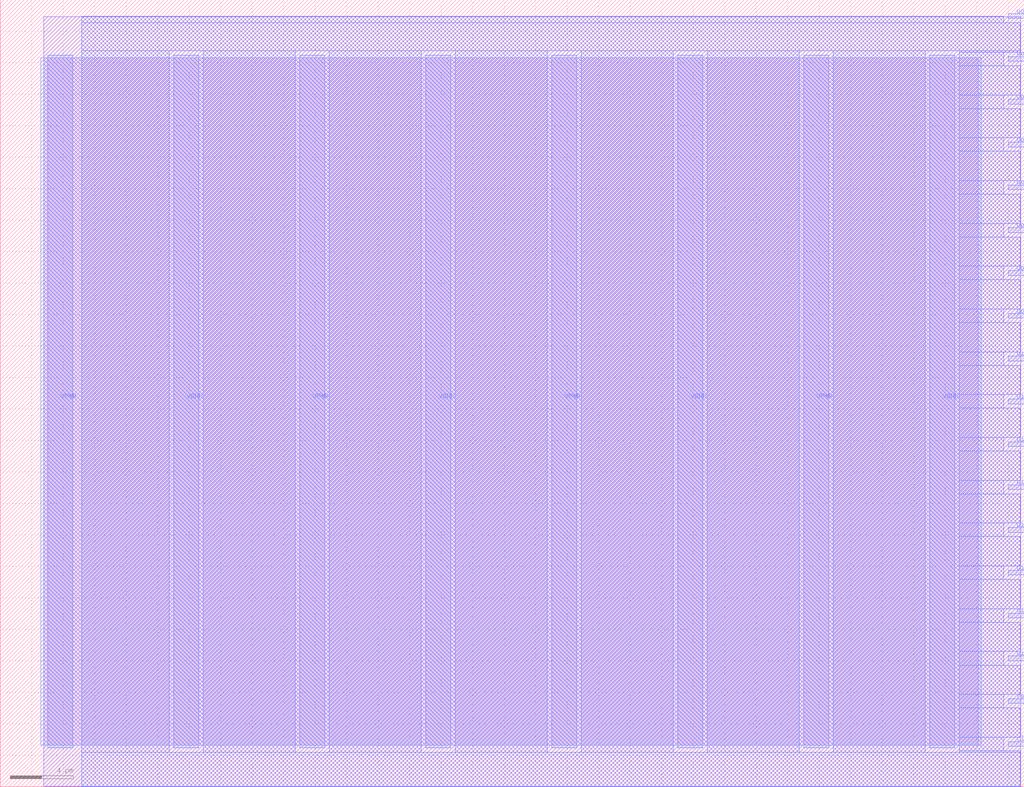
<source format=lef>
VERSION 5.7 ;
  NOWIREEXTENSIONATPIN ON ;
  DIVIDERCHAR "/" ;
  BUSBITCHARS "[]" ;
MACRO tt_um_watbulb_sync_fifo
  CLASS BLOCK ;
  FOREIGN tt_um_watbulb_sync_fifo ;
  ORIGIN 0.000 0.000 ;
  SIZE 65.000 BY 50.000 ;
  PIN VGND
    DIRECTION INOUT ;
    USE GROUND ;
    PORT
      LAYER met2 ;
        RECT 11.000 2.480 12.600 46.480 ;
    END
    PORT
      LAYER met2 ;
        RECT 27.000 2.480 28.600 46.480 ;
    END
    PORT
      LAYER met2 ;
        RECT 43.000 2.480 44.600 46.480 ;
    END
    PORT
      LAYER met2 ;
        RECT 59.000 2.480 60.600 46.480 ;
    END
  END VGND
  PIN VPWR
    DIRECTION INOUT ;
    USE POWER ;
    PORT
      LAYER met2 ;
        RECT 3.000 2.480 4.600 46.480 ;
    END
    PORT
      LAYER met2 ;
        RECT 19.000 2.480 20.600 46.480 ;
    END
    PORT
      LAYER met2 ;
        RECT 35.000 2.480 36.600 46.480 ;
    END
    PORT
      LAYER met2 ;
        RECT 51.000 2.480 52.600 46.480 ;
    END
  END VPWR
  PIN clk
    DIRECTION INPUT ;
    USE SIGNAL ;
    ANTENNAGATEAREA 0.852000 ;
    PORT
      LAYER met2 ;
        RECT 64.000 2.570 65.000 2.870 ;
    END
  END clk
  PIN rst_n
    DIRECTION INPUT ;
    USE SIGNAL ;
    ANTENNAGATEAREA 0.196500 ;
    PORT
      LAYER met2 ;
        RECT 64.000 5.290 65.000 5.590 ;
    END
  END rst_n
  PIN ui_in[0]
    DIRECTION INPUT ;
    USE SIGNAL ;
    ANTENNAGATEAREA 0.196500 ;
    PORT
      LAYER met2 ;
        RECT 64.000 8.010 65.000 8.310 ;
    END
  END ui_in[0]
  PIN ui_in[1]
    DIRECTION INPUT ;
    USE SIGNAL ;
    ANTENNAGATEAREA 0.196500 ;
    PORT
      LAYER met2 ;
        RECT 64.000 10.730 65.000 11.030 ;
    END
  END ui_in[1]
  PIN ui_in[2]
    DIRECTION INPUT ;
    USE SIGNAL ;
    ANTENNAGATEAREA 0.196500 ;
    PORT
      LAYER met2 ;
        RECT 64.000 13.450 65.000 13.750 ;
    END
  END ui_in[2]
  PIN ui_in[3]
    DIRECTION INPUT ;
    USE SIGNAL ;
    ANTENNAGATEAREA 0.196500 ;
    PORT
      LAYER met2 ;
        RECT 64.000 16.170 65.000 16.470 ;
    END
  END ui_in[3]
  PIN ui_in[4]
    DIRECTION INPUT ;
    USE SIGNAL ;
    ANTENNAGATEAREA 0.196500 ;
    PORT
      LAYER met2 ;
        RECT 64.000 18.890 65.000 19.190 ;
    END
  END ui_in[4]
  PIN ui_in[5]
    DIRECTION INPUT ;
    USE SIGNAL ;
    ANTENNAGATEAREA 0.196500 ;
    PORT
      LAYER met2 ;
        RECT 64.000 21.610 65.000 21.910 ;
    END
  END ui_in[5]
  PIN ui_in[6]
    DIRECTION INPUT ;
    USE SIGNAL ;
    ANTENNAGATEAREA 0.213000 ;
    PORT
      LAYER met2 ;
        RECT 64.000 24.330 65.000 24.630 ;
    END
  END ui_in[6]
  PIN ui_in[7]
    DIRECTION INPUT ;
    USE SIGNAL ;
    ANTENNAGATEAREA 0.196500 ;
    PORT
      LAYER met2 ;
        RECT 64.000 27.050 65.000 27.350 ;
    END
  END ui_in[7]
  PIN uo_out[0]
    DIRECTION OUTPUT ;
    USE SIGNAL ;
    ANTENNAGATEAREA 0.126000 ;
    ANTENNADIFFAREA 0.445500 ;
    PORT
      LAYER met2 ;
        RECT 64.000 29.770 65.000 30.070 ;
    END
  END uo_out[0]
  PIN uo_out[1]
    DIRECTION OUTPUT ;
    USE SIGNAL ;
    ANTENNAGATEAREA 0.126000 ;
    ANTENNADIFFAREA 0.445500 ;
    PORT
      LAYER met2 ;
        RECT 64.000 32.490 65.000 32.790 ;
    END
  END uo_out[1]
  PIN uo_out[2]
    DIRECTION OUTPUT ;
    USE SIGNAL ;
    ANTENNAGATEAREA 0.126000 ;
    ANTENNADIFFAREA 0.445500 ;
    PORT
      LAYER met2 ;
        RECT 64.000 35.210 65.000 35.510 ;
    END
  END uo_out[2]
  PIN uo_out[3]
    DIRECTION OUTPUT ;
    USE SIGNAL ;
    ANTENNAGATEAREA 0.126000 ;
    ANTENNADIFFAREA 0.445500 ;
    PORT
      LAYER met2 ;
        RECT 64.000 37.930 65.000 38.230 ;
    END
  END uo_out[3]
  PIN uo_out[4]
    DIRECTION OUTPUT ;
    USE SIGNAL ;
    ANTENNAGATEAREA 0.126000 ;
    ANTENNADIFFAREA 0.445500 ;
    PORT
      LAYER met2 ;
        RECT 64.000 40.650 65.000 40.950 ;
    END
  END uo_out[4]
  PIN uo_out[5]
    DIRECTION OUTPUT ;
    USE SIGNAL ;
    ANTENNAGATEAREA 0.247500 ;
    ANTENNADIFFAREA 0.891000 ;
    PORT
      LAYER met2 ;
        RECT 64.000 43.370 65.000 43.670 ;
    END
  END uo_out[5]
  PIN uo_out[6]
    DIRECTION OUTPUT ;
    USE SIGNAL ;
    ANTENNADIFFAREA 0.445500 ;
    PORT
      LAYER met2 ;
        RECT 64.000 46.090 65.000 46.390 ;
    END
  END uo_out[6]
  PIN uo_out[7]
    DIRECTION OUTPUT ;
    USE SIGNAL ;
    ANTENNADIFFAREA 0.795200 ;
    PORT
      LAYER met2 ;
        RECT 64.000 48.810 65.000 49.110 ;
    END
  END uo_out[7]
  OBS
      LAYER nwell ;
        RECT 2.570 2.635 62.290 46.325 ;
      LAYER li1 ;
        RECT 2.760 2.635 62.100 46.325 ;
      LAYER met1 ;
        RECT 2.760 0.040 64.790 48.920 ;
      LAYER met2 ;
        RECT 5.160 48.530 63.720 48.950 ;
        RECT 5.160 46.760 64.760 48.530 ;
        RECT 5.160 2.200 10.720 46.760 ;
        RECT 12.880 2.200 18.720 46.760 ;
        RECT 20.880 2.200 26.720 46.760 ;
        RECT 28.880 2.200 34.720 46.760 ;
        RECT 36.880 2.200 42.720 46.760 ;
        RECT 44.880 2.200 50.720 46.760 ;
        RECT 52.880 2.200 58.720 46.760 ;
        RECT 60.880 46.670 64.760 46.760 ;
        RECT 60.880 45.810 63.720 46.670 ;
        RECT 60.880 43.950 64.760 45.810 ;
        RECT 60.880 43.090 63.720 43.950 ;
        RECT 60.880 41.230 64.760 43.090 ;
        RECT 60.880 40.370 63.720 41.230 ;
        RECT 60.880 38.510 64.760 40.370 ;
        RECT 60.880 37.650 63.720 38.510 ;
        RECT 60.880 35.790 64.760 37.650 ;
        RECT 60.880 34.930 63.720 35.790 ;
        RECT 60.880 33.070 64.760 34.930 ;
        RECT 60.880 32.210 63.720 33.070 ;
        RECT 60.880 30.350 64.760 32.210 ;
        RECT 60.880 29.490 63.720 30.350 ;
        RECT 60.880 27.630 64.760 29.490 ;
        RECT 60.880 26.770 63.720 27.630 ;
        RECT 60.880 24.910 64.760 26.770 ;
        RECT 60.880 24.050 63.720 24.910 ;
        RECT 60.880 22.190 64.760 24.050 ;
        RECT 60.880 21.330 63.720 22.190 ;
        RECT 60.880 19.470 64.760 21.330 ;
        RECT 60.880 18.610 63.720 19.470 ;
        RECT 60.880 16.750 64.760 18.610 ;
        RECT 60.880 15.890 63.720 16.750 ;
        RECT 60.880 14.030 64.760 15.890 ;
        RECT 60.880 13.170 63.720 14.030 ;
        RECT 60.880 11.310 64.760 13.170 ;
        RECT 60.880 10.450 63.720 11.310 ;
        RECT 60.880 8.590 64.760 10.450 ;
        RECT 60.880 7.730 63.720 8.590 ;
        RECT 60.880 5.870 64.760 7.730 ;
        RECT 60.880 5.010 63.720 5.870 ;
        RECT 60.880 3.150 64.760 5.010 ;
        RECT 60.880 2.290 63.720 3.150 ;
        RECT 60.880 2.200 64.760 2.290 ;
        RECT 5.160 0.010 64.760 2.200 ;
  END
END tt_um_watbulb_sync_fifo
END LIBRARY


</source>
